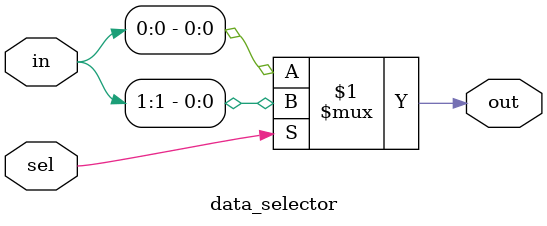
<source format=v>
module data_selector (
    input sel,
    input [1:0] in,
    output out
);
    assign out = sel ? in[1] : in[0];
endmodule
</source>
